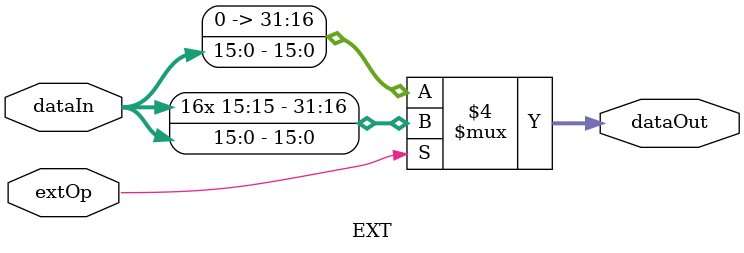
<source format=v>
`timescale 1ns / 1ps
module EXT (
    input      [15:0] dataIn,
    input             extOp,
    output reg [31:0] dataOut
);
  always @(*) begin
    if (extOp == 1'b0) begin
      dataOut = {{16{1'b0}}, dataIn};
    end else begin
      dataOut = {{16{dataIn[15]}}, dataIn};
    end
  end
endmodule

</source>
